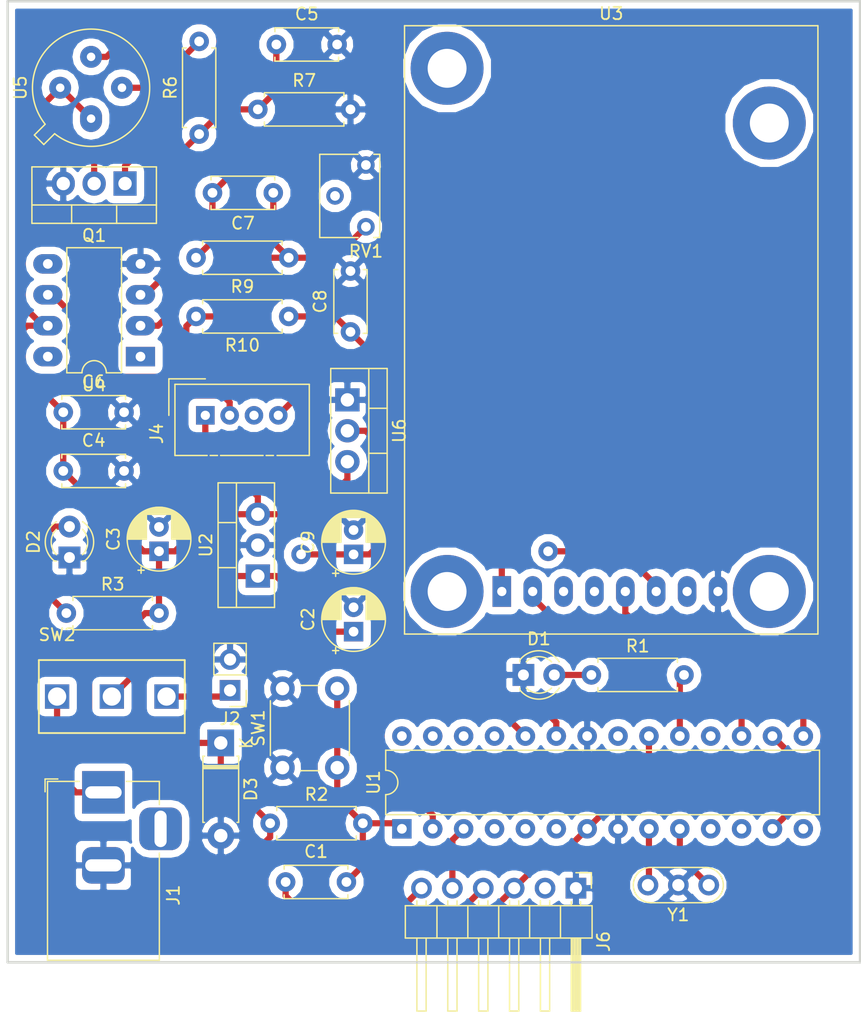
<source format=kicad_pcb>
(kicad_pcb (version 20171130) (host pcbnew "(5.0.1)-3")
  (title_block (title "Capteur gaz connecté") (date 2018-11-25) (rev 0.3) (company "INSA Toulouse - PTP ISS") (comment 1 "Théo BUENO <tbueno@etud.insa-toulouse.fr"))
  (layers (0 F.Cu signal) (31 B.Cu signal) (34 B.Paste user) (35 F.Paste user) (36 B.SilkS user) (37 F.SilkS user) (38 B.Mask user) (39 F.Mask user) (44 Edge.Cuts user))
  (net 0 "")
  (net 1 "Net-(C1-Pad2)")
  (net 2 /MCU/mcu_rst)
  (net 3 "Net-(C2-Pad1)")
  (net 4 GND)
  (net 5 /MCU/mcu_pwr_5v)
  (net 6 "Net-(C5-Pad1)")
  (net 7 "Net-(C7-Pad2)")
  (net 8 "Net-(C7-Pad1)")
  (net 9 /Sensors/aime_gas_sig)
  (net 10 /Power/pwr_3v3)
  (net 11 "Net-(D1-Pad2)")
  (net 12 "Net-(D2-Pad2)")
  (net 13 "Net-(J1-Pad1)")
  (net 14 "Net-(J2-Pad1)")
  (net 15 "Net-(J4-Pad3)")
  (net 16 /Sensors/groove_gas_sig)
  (net 17 "Net-(J6-Pad2)")
  (net 18 /MCU/mcu_tx)
  (net 19 /MCU/mcu_rx)
  (net 20 /Sensors/aime_gas_heating)
  (net 21 /Sensors/heat_aime)
  (net 22 "Net-(R1-Pad2)")
  (net 23 "Net-(R6-Pad2)")
  (net 24 "Net-(RV1-Pad2)")
  (net 25 /MCU/mcu_radio_rst)
  (net 26 /MCU/mcu_radio_rx)
  (net 27 /MCU/mcu_radio_tx)
  (net 28 "Net-(U1-Pad4)")
  (net 29 "Net-(U1-Pad18)")
  (net 30 "Net-(U1-Pad5)")
  (net 31 "Net-(U1-Pad6)")
  (net 32 "Net-(U1-Pad21)")
  (net 33 "Net-(U1-Pad9)")
  (net 34 "Net-(U1-Pad10)")
  (net 35 "Net-(U1-Pad11)")
  (net 36 "Net-(U1-Pad25)")
  (net 37 "Net-(U1-Pad12)")
  (net 38 "Net-(U1-Pad26)")
  (net 39 "Net-(U1-Pad27)")
  (net 40 "Net-(U1-Pad14)")
  (net 41 "Net-(U1-Pad28)")
  (net 42 "Net-(U3-Pad3)")
  (net 43 "Net-(U3-Pad4)")
  (net 44 "Net-(U3-Pad7)")
  (net 45 "Net-(U4-Pad1)")
  (net 46 "Net-(U4-Pad5)")
  (net 47 "Net-(U4-Pad8)")
  (module Projet_MOSH:RN2483_Breakout (layer F.Cu) (at 110.236 93.218)
    (fp_text reference U3 (at 9 -47.5) (layer F.SilkS))
    (fp_text value RN2483)
    (pad 1 thru_hole rect (at 0 0) (size 1.524 2.524) (drill 0.762) (layers *.Cu *.Mask) (net 26 /MCU/mcu_radio_rx))
    (pad 2 thru_hole oval (at 2.54 0) (size 1.524 2.524) (drill 0.762) (layers *.Cu *.Mask) (net 27 /MCU/mcu_radio_tx))
    (pad 3 thru_hole oval (at 5.08 0) (size 1.524 2.524) (drill 0.762) (layers *.Cu *.Mask) (net 42 "Net-(U3-Pad3)"))
    (pad 4 thru_hole oval (at 7.62 0) (size 1.524 2.524) (drill 0.762) (layers *.Cu *.Mask) (net 43 "Net-(U3-Pad4)"))
    (pad 5 thru_hole oval (at 10.16 0) (size 1.524 2.524) (drill 0.762) (layers *.Cu *.Mask) (net 25 /MCU/mcu_radio_rst))
    (pad 6 thru_hole oval (at 12.7 0) (size 1.524 2.524) (drill 0.762) (layers *.Cu *.Mask) (net 10 /Power/pwr_3v3))
    (pad 7 thru_hole oval (at 15.24 0) (size 1.524 2.524) (drill 0.762) (layers *.Cu *.Mask) (net 44 "Net-(U3-Pad7)"))
    (pad 8 thru_hole oval (at 17.78 0) (size 1.524 2.524) (drill 0.762) (layers *.Cu *.Mask) (net 4 GND))
    (pad "" np_thru_hole circle (at -4.5 0) (size 6 6) (drill 3.2) (layers *.Cu *.Mask))
    (pad "" np_thru_hole circle (at 22 0) (size 6 6) (drill 3.2) (layers *.Cu *.Mask))
    (pad "" np_thru_hole circle (at -4.5 -43) (size 6 6) (drill 3.2) (layers *.Cu *.Mask))
    (pad "" np_thru_hole circle (at 22 -38.5) (size 6 6) (drill 3.2) (layers *.Cu *.Mask))
  )
  (module Capacitor_THT:C_Disc_D5.0mm_W2.5mm_P5.00mm (layer F.Cu) (at 92.456 117.094)
    (fp_text reference C1 (at 2.5 -2.5) (layer F.SilkS))
    (fp_text value 0,1µ)
    (pad 2 thru_hole circle (at 5 0) (size 1.6 1.6) (drill 0.8) (layers *.Cu *.Mask) (net 1 "Net-(C1-Pad2)"))
    (pad 1 thru_hole circle (at 0 0) (size 1.6 1.6) (drill 0.8) (layers *.Cu *.Mask) (net 2 /MCU/mcu_rst))
  )
  (module Capacitor_THT:CP_Radial_D5.0mm_P2.00mm (layer F.Cu) (at 98.044 96.52 90)
    (fp_text reference C2 (at 1 -3.75 90) (layer F.SilkS))
    (fp_text value 47µ)
    (pad 1 thru_hole rect (at 0 0 90) (size 1.6 1.6) (drill 0.8) (layers *.Cu *.Mask) (net 3 "Net-(C2-Pad1)"))
    (pad 2 thru_hole circle (at 2 0 90) (size 1.6 1.6) (drill 0.8) (layers *.Cu *.Mask) (net 4 GND))
  )
  (module Capacitor_THT:CP_Radial_D5.0mm_P2.00mm (layer F.Cu) (at 82.042 89.916 90)
    (fp_text reference C3 (at 1 -3.75 90) (layer F.SilkS))
    (fp_text value 47µ)
    (pad 2 thru_hole circle (at 2 0 90) (size 1.6 1.6) (drill 0.8) (layers *.Cu *.Mask) (net 4 GND))
    (pad 1 thru_hole rect (at 0 0 90) (size 1.6 1.6) (drill 0.8) (layers *.Cu *.Mask) (net 5 /MCU/mcu_pwr_5v))
  )
  (module Capacitor_THT:C_Disc_D5.0mm_W2.5mm_P5.00mm (layer F.Cu) (at 74.168 83.312)
    (fp_text reference C4 (at 2.5 -2.5) (layer F.SilkS))
    (fp_text value 0,1µ)
    (pad 1 thru_hole circle (at 0 0) (size 1.6 1.6) (drill 0.8) (layers *.Cu *.Mask) (net 5 /MCU/mcu_pwr_5v))
    (pad 2 thru_hole circle (at 5 0) (size 1.6 1.6) (drill 0.8) (layers *.Cu *.Mask) (net 4 GND))
  )
  (module Capacitor_THT:C_Disc_D5.0mm_W2.5mm_P5.00mm (layer F.Cu) (at 91.694 48.26)
    (fp_text reference C5 (at 2.5 -2.5) (layer F.SilkS))
    (fp_text value 100n)
    (pad 1 thru_hole circle (at 0 0) (size 1.6 1.6) (drill 0.8) (layers *.Cu *.Mask) (net 6 "Net-(C5-Pad1)"))
    (pad 2 thru_hole circle (at 5 0) (size 1.6 1.6) (drill 0.8) (layers *.Cu *.Mask) (net 4 GND))
  )
  (module Capacitor_THT:C_Disc_D5.0mm_W2.5mm_P5.00mm (layer F.Cu) (at 74.168 78.486)
    (fp_text reference C6 (at 2.5 -2.5) (layer F.SilkS))
    (fp_text value 100n)
    (pad 2 thru_hole circle (at 5 0) (size 1.6 1.6) (drill 0.8) (layers *.Cu *.Mask) (net 4 GND))
    (pad 1 thru_hole circle (at 0 0) (size 1.6 1.6) (drill 0.8) (layers *.Cu *.Mask) (net 5 /MCU/mcu_pwr_5v))
  )
  (module Capacitor_THT:C_Disc_D5.0mm_W2.5mm_P5.00mm (layer F.Cu) (at 91.44 60.452 180)
    (fp_text reference C7 (at 2.5 -2.5 180) (layer F.SilkS))
    (fp_text value 1µ)
    (pad 1 thru_hole circle (at 0 0 180) (size 1.6 1.6) (drill 0.8) (layers *.Cu *.Mask) (net 8 "Net-(C7-Pad1)"))
    (pad 2 thru_hole circle (at 5 0 180) (size 1.6 1.6) (drill 0.8) (layers *.Cu *.Mask) (net 7 "Net-(C7-Pad2)"))
  )
  (module Capacitor_THT:C_Disc_D5.0mm_W2.5mm_P5.00mm (layer F.Cu) (at 97.79 71.882 90)
    (fp_text reference C8 (at 2.5 -2.5 90) (layer F.SilkS))
    (fp_text value 100n)
    (pad 2 thru_hole circle (at 5 0 90) (size 1.6 1.6) (drill 0.8) (layers *.Cu *.Mask) (net 4 GND))
    (pad 1 thru_hole circle (at 0 0 90) (size 1.6 1.6) (drill 0.8) (layers *.Cu *.Mask) (net 9 /Sensors/aime_gas_sig))
  )
  (module Capacitor_THT:CP_Radial_D5.0mm_P2.00mm (layer F.Cu) (at 98.044 90.17 90)
    (fp_text reference C9 (at 1 -3.75 90) (layer F.SilkS))
    (fp_text value 47µ)
    (pad 1 thru_hole rect (at 0 0 90) (size 1.6 1.6) (drill 0.8) (layers *.Cu *.Mask) (net 10 /Power/pwr_3v3))
    (pad 2 thru_hole circle (at 2 0 90) (size 1.6 1.6) (drill 0.8) (layers *.Cu *.Mask) (net 4 GND))
  )
  (module LED_THT:LED_D3.0mm (layer F.Cu) (at 112.014 100.076)
    (fp_text reference D1 (at 1.27 -2.96) (layer F.SilkS))
    (fp_text value LED)
    (pad 2 thru_hole circle (at 2.54 0) (size 1.8 1.8) (drill 0.9) (layers *.Cu *.Mask) (net 11 "Net-(D1-Pad2)"))
    (pad 1 thru_hole rect (at 0 0) (size 1.8 1.8) (drill 0.9) (layers *.Cu *.Mask) (net 4 GND))
  )
  (module LED_THT:LED_D3.0mm (layer F.Cu) (at 74.676 90.424 90)
    (fp_text reference D2 (at 1.27 -2.96 90) (layer F.SilkS))
    (fp_text value LED)
    (pad 1 thru_hole rect (at 0 0 90) (size 1.8 1.8) (drill 0.9) (layers *.Cu *.Mask) (net 4 GND))
    (pad 2 thru_hole circle (at 2.54 0 90) (size 1.8 1.8) (drill 0.9) (layers *.Cu *.Mask) (net 12 "Net-(D2-Pad2)"))
  )
  (module Diode_THT:D_DO-41_SOD81_P7.62mm_Horizontal (layer F.Cu) (at 87.122 105.664 270)
    (fp_text reference D3 (at 3.81 -2.47 270) (layer F.SilkS))
    (fp_text value D)
    (fp_text user K (at 0 -2.1 270) (layer F.SilkS))
    (pad 1 thru_hole rect (at 0 0 270) (size 2.2 2.2) (drill 1.1) (layers *.Cu *.Mask) (net 5 /MCU/mcu_pwr_5v))
    (pad 2 thru_hole oval (at 7.62 0 270) (size 2.2 2.2) (drill 1.1) (layers *.Cu *.Mask) (net 4 GND))
  )
  (module Connector_BarrelJack:BarrelJack_Horizontal (layer F.Cu) (at 77.47 109.728 90)
    (fp_text reference J1 (at -8.45 5.75 90) (layer F.SilkS))
    (fp_text value Barrel_Jack_MountingPin)
    (pad 1 thru_hole rect (at 0 0 90) (size 3.5 3.5) (drill oval 1 3) (layers *.Cu *.Mask) (net 13 "Net-(J1-Pad1)"))
    (pad 2 thru_hole roundrect (at -6 0 90) (size 3 3.5) (drill oval 1 3) (layers *.Cu *.Mask) (net 4 GND))
    (pad 3 thru_hole roundrect (at -3 4.7 90) (size 3.5 3.5) (drill oval 3 1) (layers *.Cu *.Mask))
  )
  (module Connector_PinHeader_2.54mm:PinHeader_1x02_P2.54mm_Vertical (layer F.Cu) (at 87.884 101.346 180)
    (fp_text reference J2 (at 0 -2.33 180) (layer F.SilkS))
    (fp_text value Conn_01x02_Male)
    (pad 1 thru_hole rect (at 0 0 180) (size 1.7 1.7) (drill 1) (layers *.Cu *.Mask) (net 14 "Net-(J2-Pad1)"))
    (pad 2 thru_hole oval (at 0 2.54 180) (size 1.7 1.7) (drill 1) (layers *.Cu *.Mask) (net 4 GND))
  )
  (module Connector:NS-Tech_Grove_1x04_P2mm_Vertical (layer F.Cu) (at 85.852 78.74 90)
    (fp_text reference J4 (at -1.5 -4 90) (layer F.SilkS))
    (fp_text value conn_groove_gas_sensor)
    (pad 1 thru_hole rect (at 0 0 90) (size 1.524 1.524) (drill 0.762) (layers *.Cu *.Mask) (net 5 /MCU/mcu_pwr_5v))
    (pad 2 thru_hole circle (at 0 2 90) (size 1.524 1.524) (drill 0.762) (layers *.Cu *.Mask) (net 4 GND))
    (pad 3 thru_hole circle (at 0 4 90) (size 1.524 1.524) (drill 0.762) (layers *.Cu *.Mask) (net 15 "Net-(J4-Pad3)"))
    (pad 4 thru_hole circle (at 0 6 90) (size 1.524 1.524) (drill 0.762) (layers *.Cu *.Mask) (net 16 /Sensors/groove_gas_sig))
  )
  (module Connector_PinHeader_2.54mm:PinHeader_1x06_P2.54mm_Horizontal (layer F.Cu) (at 116.332 117.602 270)
    (fp_text reference J6 (at 4.385 -2.27 270) (layer F.SilkS))
    (fp_text value Conn_01x06_Male)
    (pad 1 thru_hole rect (at 0 0 270) (size 1.7 1.7) (drill 1) (layers *.Cu *.Mask) (net 4 GND))
    (pad 2 thru_hole oval (at 0 2.54 270) (size 1.7 1.7) (drill 1) (layers *.Cu *.Mask) (net 17 "Net-(J6-Pad2)"))
    (pad 3 thru_hole oval (at 0 5.08 270) (size 1.7 1.7) (drill 1) (layers *.Cu *.Mask) (net 5 /MCU/mcu_pwr_5v))
    (pad 4 thru_hole oval (at 0 7.62 270) (size 1.7 1.7) (drill 1) (layers *.Cu *.Mask) (net 19 /MCU/mcu_rx))
    (pad 5 thru_hole oval (at 0 10.16 270) (size 1.7 1.7) (drill 1) (layers *.Cu *.Mask) (net 18 /MCU/mcu_tx))
    (pad 6 thru_hole oval (at 0 12.7 270) (size 1.7 1.7) (drill 1) (layers *.Cu *.Mask) (net 2 /MCU/mcu_rst))
  )
  (module Package_TO_SOT_THT:TO-220-3_Vertical (layer F.Cu) (at 79.248 59.69 180)
    (fp_text reference Q1 (at 2.54 -4.27 180) (layer F.SilkS))
    (fp_text value IRF740)
    (pad 1 thru_hole rect (at 0 0 180) (size 1.905 2) (drill 1.1) (layers *.Cu *.Mask) (net 20 /Sensors/aime_gas_heating))
    (pad 2 thru_hole oval (at 2.54 0 180) (size 1.905 2) (drill 1.1) (layers *.Cu *.Mask) (net 21 /Sensors/heat_aime))
    (pad 3 thru_hole oval (at 5.08 0 180) (size 1.905 2) (drill 1.1) (layers *.Cu *.Mask) (net 4 GND))
  )
  (module Resistor_THT:R_Axial_DIN0207_L6.3mm_D2.5mm_P7.62mm_Horizontal (layer F.Cu) (at 117.602 100.076)
    (fp_text reference R1 (at 3.81 -2.37) (layer F.SilkS))
    (fp_text value 330)
    (pad 2 thru_hole oval (at 7.62 0) (size 1.6 1.6) (drill 0.8) (layers *.Cu *.Mask) (net 22 "Net-(R1-Pad2)"))
    (pad 1 thru_hole circle (at 0 0) (size 1.6 1.6) (drill 0.8) (layers *.Cu *.Mask) (net 11 "Net-(D1-Pad2)"))
  )
  (module Resistor_THT:R_Axial_DIN0207_L6.3mm_D2.5mm_P7.62mm_Horizontal (layer F.Cu) (at 91.186 112.268)
    (fp_text reference R2 (at 3.81 -2.37) (layer F.SilkS))
    (fp_text value 10k)
    (pad 2 thru_hole oval (at 7.62 0) (size 1.6 1.6) (drill 0.8) (layers *.Cu *.Mask) (net 1 "Net-(C1-Pad2)"))
    (pad 1 thru_hole circle (at 0 0) (size 1.6 1.6) (drill 0.8) (layers *.Cu *.Mask) (net 5 /MCU/mcu_pwr_5v))
  )
  (module Resistor_THT:R_Axial_DIN0207_L6.3mm_D2.5mm_P7.62mm_Horizontal (layer F.Cu) (at 74.422 94.996)
    (fp_text reference R3 (at 3.81 -2.37) (layer F.SilkS))
    (fp_text value 330)
    (pad 2 thru_hole oval (at 7.62 0) (size 1.6 1.6) (drill 0.8) (layers *.Cu *.Mask) (net 5 /MCU/mcu_pwr_5v))
    (pad 1 thru_hole circle (at 0 0) (size 1.6 1.6) (drill 0.8) (layers *.Cu *.Mask) (net 12 "Net-(D2-Pad2)"))
  )
  (module Resistor_THT:R_Axial_DIN0207_L6.3mm_D2.5mm_P7.62mm_Horizontal (layer F.Cu) (at 85.344 55.626 90)
    (fp_text reference R6 (at 3.81 -2.37 90) (layer F.SilkS))
    (fp_text value 10k)
    (pad 2 thru_hole oval (at 7.62 0 90) (size 1.6 1.6) (drill 0.8) (layers *.Cu *.Mask) (net 23 "Net-(R6-Pad2)"))
    (pad 1 thru_hole circle (at 0 0 90) (size 1.6 1.6) (drill 0.8) (layers *.Cu *.Mask) (net 6 "Net-(C5-Pad1)"))
  )
  (module Resistor_THT:R_Axial_DIN0207_L6.3mm_D2.5mm_P7.62mm_Horizontal (layer F.Cu) (at 90.17 53.594)
    (fp_text reference R7 (at 3.81 -2.37) (layer F.SilkS))
    (fp_text value 100k)
    (pad 2 thru_hole oval (at 7.62 0) (size 1.6 1.6) (drill 0.8) (layers *.Cu *.Mask) (net 4 GND))
    (pad 1 thru_hole circle (at 0 0) (size 1.6 1.6) (drill 0.8) (layers *.Cu *.Mask) (net 6 "Net-(C5-Pad1)"))
  )
  (module Resistor_THT:R_Axial_DIN0207_L6.3mm_D2.5mm_P7.62mm_Horizontal (layer F.Cu) (at 92.71 65.786 180)
    (fp_text reference R9 (at 3.81 -2.37 180) (layer F.SilkS))
    (fp_text value 100k)
    (pad 2 thru_hole oval (at 7.62 0 180) (size 1.6 1.6) (drill 0.8) (layers *.Cu *.Mask) (net 7 "Net-(C7-Pad2)"))
    (pad 1 thru_hole circle (at 0 0 180) (size 1.6 1.6) (drill 0.8) (layers *.Cu *.Mask) (net 8 "Net-(C7-Pad1)"))
  )
  (module Resistor_THT:R_Axial_DIN0207_L6.3mm_D2.5mm_P7.62mm_Horizontal (layer F.Cu) (at 92.71 70.612 180)
    (fp_text reference R10 (at 3.81 -2.37 180) (layer F.SilkS))
    (fp_text value 1k)
    (pad 2 thru_hole oval (at 7.62 0 180) (size 1.6 1.6) (drill 0.8) (layers *.Cu *.Mask) (net 7 "Net-(C7-Pad2)"))
    (pad 1 thru_hole circle (at 0 0 180) (size 1.6 1.6) (drill 0.8) (layers *.Cu *.Mask) (net 9 /Sensors/aime_gas_sig))
  )
  (module Potentiometer_THT:Potentiometer_Vishay_T73XX_Horizontal (layer F.Cu) (at 99.06 63.246 180)
    (fp_text reference RV1 (at 0 -2.01 180) (layer F.SilkS))
    (fp_text value "abt 10k")
    (pad 1 thru_hole circle (at 0 0 180) (size 1.44 1.44) (drill 0.8) (layers *.Cu *.Mask) (net 8 "Net-(C7-Pad1)"))
    (pad 2 thru_hole circle (at 2.54 2.54 180) (size 1.44 1.44) (drill 0.8) (layers *.Cu *.Mask) (net 24 "Net-(RV1-Pad2)"))
    (pad 3 thru_hole circle (at 0 5.08 180) (size 1.44 1.44) (drill 0.8) (layers *.Cu *.Mask) (net 4 GND))
  )
  (module Button_Switch_THT:SW_PUSH_6mm (layer F.Cu) (at 92.202 107.696 90)
    (fp_text reference SW1 (at 3.25 -2 90) (layer F.SilkS))
    (fp_text value SW_Push)
    (pad 2 thru_hole circle (at 0 4.5 180) (size 2 2) (drill 1.1) (layers *.Cu *.Mask) (net 1 "Net-(C1-Pad2)"))
    (pad 1 thru_hole circle (at 0 0 180) (size 2 2) (drill 1.1) (layers *.Cu *.Mask) (net 4 GND))
    (pad 2 thru_hole circle (at 6.5 4.5 180) (size 2 2) (drill 1.1) (layers *.Cu *.Mask) (net 1 "Net-(C1-Pad2)"))
    (pad 1 thru_hole circle (at 6.5 0 180) (size 2 2) (drill 1.1) (layers *.Cu *.Mask) (net 4 GND))
  )
  (module Projet_MOSH:Switch_SPDT_THT_6x12 (layer F.Cu) (at 73.66 101.854)
    (fp_text reference SW2 (at 0 -5.08) (layer F.SilkS))
    (fp_text value SW_DPDT_x2)
    (pad 1 thru_hole rect (at 0 0) (size 2 2) (drill 1.5) (layers *.Cu *.Mask) (net 13 "Net-(J1-Pad1)"))
    (pad 2 thru_hole rect (at 4.5 0) (size 2 2) (drill 1.5) (layers *.Cu *.Mask) (net 3 "Net-(C2-Pad1)"))
    (pad 3 thru_hole rect (at 9 0) (size 2 2) (drill 1.5) (layers *.Cu *.Mask) (net 14 "Net-(J2-Pad1)"))
  )
  (module Package_DIP:DIP-28_W7.62mm (layer F.Cu) (at 102.017197 112.724162 90)
    (fp_text reference U1 (at 3.81 -2.33 90) (layer F.SilkS))
    (fp_text value ATmega328P-PU)
    (pad 1 thru_hole rect (at 0 0 90) (size 1.6 1.6) (drill 0.8) (layers *.Cu *.Mask) (net 1 "Net-(C1-Pad2)"))
    (pad 15 thru_hole oval (at 7.62 33.02 90) (size 1.6 1.6) (drill 0.8) (layers *.Cu *.Mask) (net 25 /MCU/mcu_radio_rst))
    (pad 2 thru_hole oval (at 0 2.54 90) (size 1.6 1.6) (drill 0.8) (layers *.Cu *.Mask) (net 19 /MCU/mcu_rx))
    (pad 16 thru_hole oval (at 7.62 30.48 90) (size 1.6 1.6) (drill 0.8) (layers *.Cu *.Mask) (net 26 /MCU/mcu_radio_rx))
    (pad 3 thru_hole oval (at 0 5.08 90) (size 1.6 1.6) (drill 0.8) (layers *.Cu *.Mask) (net 18 /MCU/mcu_tx))
    (pad 17 thru_hole oval (at 7.62 27.94 90) (size 1.6 1.6) (drill 0.8) (layers *.Cu *.Mask) (net 27 /MCU/mcu_radio_tx))
    (pad 4 thru_hole oval (at 0 7.62 90) (size 1.6 1.6) (drill 0.8) (layers *.Cu *.Mask) (net 28 "Net-(U1-Pad4)"))
    (pad 18 thru_hole oval (at 7.62 25.4 90) (size 1.6 1.6) (drill 0.8) (layers *.Cu *.Mask) (net 29 "Net-(U1-Pad18)"))
    (pad 5 thru_hole oval (at 0 10.16 90) (size 1.6 1.6) (drill 0.8) (layers *.Cu *.Mask) (net 30 "Net-(U1-Pad5)"))
    (pad 19 thru_hole oval (at 7.62 22.86 90) (size 1.6 1.6) (drill 0.8) (layers *.Cu *.Mask) (net 22 "Net-(R1-Pad2)"))
    (pad 6 thru_hole oval (at 0 12.7 90) (size 1.6 1.6) (drill 0.8) (layers *.Cu *.Mask) (net 31 "Net-(U1-Pad6)"))
    (pad 20 thru_hole oval (at 7.62 20.32 90) (size 1.6 1.6) (drill 0.8) (layers *.Cu *.Mask) (net 5 /MCU/mcu_pwr_5v))
    (pad 7 thru_hole oval (at 0 15.24 90) (size 1.6 1.6) (drill 0.8) (layers *.Cu *.Mask) (net 5 /MCU/mcu_pwr_5v))
    (pad 21 thru_hole oval (at 7.62 17.78 90) (size 1.6 1.6) (drill 0.8) (layers *.Cu *.Mask) (net 32 "Net-(U1-Pad21)"))
    (pad 8 thru_hole oval (at 0 17.78 90) (size 1.6 1.6) (drill 0.8) (layers *.Cu *.Mask) (net 4 GND))
    (pad 22 thru_hole oval (at 7.62 15.24 90) (size 1.6 1.6) (drill 0.8) (layers *.Cu *.Mask) (net 4 GND))
    (pad 9 thru_hole oval (at 0 20.32 90) (size 1.6 1.6) (drill 0.8) (layers *.Cu *.Mask) (net 33 "Net-(U1-Pad9)"))
    (pad 23 thru_hole oval (at 7.62 12.7 90) (size 1.6 1.6) (drill 0.8) (layers *.Cu *.Mask) (net 9 /Sensors/aime_gas_sig))
    (pad 10 thru_hole oval (at 0 22.86 90) (size 1.6 1.6) (drill 0.8) (layers *.Cu *.Mask) (net 34 "Net-(U1-Pad10)"))
    (pad 24 thru_hole oval (at 7.62 10.16 90) (size 1.6 1.6) (drill 0.8) (layers *.Cu *.Mask) (net 16 /Sensors/groove_gas_sig))
    (pad 11 thru_hole oval (at 0 25.4 90) (size 1.6 1.6) (drill 0.8) (layers *.Cu *.Mask) (net 35 "Net-(U1-Pad11)"))
    (pad 25 thru_hole oval (at 7.62 7.62 90) (size 1.6 1.6) (drill 0.8) (layers *.Cu *.Mask) (net 36 "Net-(U1-Pad25)"))
    (pad 12 thru_hole oval (at 0 27.94 90) (size 1.6 1.6) (drill 0.8) (layers *.Cu *.Mask) (net 37 "Net-(U1-Pad12)"))
    (pad 26 thru_hole oval (at 7.62 5.08 90) (size 1.6 1.6) (drill 0.8) (layers *.Cu *.Mask) (net 38 "Net-(U1-Pad26)"))
    (pad 13 thru_hole oval (at 0 30.48 90) (size 1.6 1.6) (drill 0.8) (layers *.Cu *.Mask) (net 20 /Sensors/aime_gas_heating))
    (pad 27 thru_hole oval (at 7.62 2.54 90) (size 1.6 1.6) (drill 0.8) (layers *.Cu *.Mask) (net 39 "Net-(U1-Pad27)"))
    (pad 14 thru_hole oval (at 0 33.02 90) (size 1.6 1.6) (drill 0.8) (layers *.Cu *.Mask) (net 40 "Net-(U1-Pad14)"))
    (pad 28 thru_hole oval (at 7.62 0 90) (size 1.6 1.6) (drill 0.8) (layers *.Cu *.Mask) (net 41 "Net-(U1-Pad28)"))
  )
  (module Package_TO_SOT_THT:TO-220-3_Vertical (layer F.Cu) (at 90.17 91.948 90)
    (fp_text reference U2 (at 2.54 -4.27 90) (layer F.SilkS))
    (fp_text value LM7805_TO220)
    (pad 1 thru_hole rect (at 0 0 90) (size 1.905 2) (drill 1.1) (layers *.Cu *.Mask) (net 3 "Net-(C2-Pad1)"))
    (pad 2 thru_hole oval (at 2.54 0 90) (size 1.905 2) (drill 1.1) (layers *.Cu *.Mask) (net 4 GND))
    (pad 3 thru_hole oval (at 5.08 0 90) (size 1.905 2) (drill 1.1) (layers *.Cu *.Mask) (net 5 /MCU/mcu_pwr_5v))
  )
  (module Package_DIP:DIP-8_W7.62mm_LongPads (layer F.Cu) (at 80.518 73.914 180)
    (fp_text reference U4 (at 3.81 -2.33 180) (layer F.SilkS))
    (fp_text value LTC1050)
    (pad 8 thru_hole oval (at 7.62 0 180) (size 2.4 1.6) (drill 0.8) (layers *.Cu *.Mask) (net 47 "Net-(U4-Pad8)"))
    (pad 4 thru_hole oval (at 0 7.62 180) (size 2.4 1.6) (drill 0.8) (layers *.Cu *.Mask) (net 4 GND))
    (pad 7 thru_hole oval (at 7.62 2.54 180) (size 2.4 1.6) (drill 0.8) (layers *.Cu *.Mask) (net 5 /MCU/mcu_pwr_5v))
    (pad 3 thru_hole oval (at 0 5.08 180) (size 2.4 1.6) (drill 0.8) (layers *.Cu *.Mask) (net 6 "Net-(C5-Pad1)"))
    (pad 6 thru_hole oval (at 7.62 5.08 180) (size 2.4 1.6) (drill 0.8) (layers *.Cu *.Mask) (net 7 "Net-(C7-Pad2)"))
    (pad 2 thru_hole oval (at 0 2.54 180) (size 2.4 1.6) (drill 0.8) (layers *.Cu *.Mask) (net 8 "Net-(C7-Pad1)"))
    (pad 5 thru_hole oval (at 7.62 7.62 180) (size 2.4 1.6) (drill 0.8) (layers *.Cu *.Mask) (net 46 "Net-(U4-Pad5)"))
    (pad 1 thru_hole rect (at 0 0 180) (size 2.4 1.6) (drill 0.8) (layers *.Cu *.Mask) (net 45 "Net-(U4-Pad1)"))
  )
  (module Projet_MOSH:AIME (layer F.Cu) (at 76.454 54.356 90)
    (fp_text reference U5 (at 2.54 -5.82 90) (layer F.SilkS))
    (fp_text value AIME)
    (pad 4 thru_hole oval (at 2.54 -2.54 90) (size 1.8 1.8) (drill 0.7) (layers *.Cu *.Mask) (net 5 /MCU/mcu_pwr_5v))
    (pad 3 thru_hole oval (at 5.08 0 90) (size 1.8 1.8) (drill 0.7) (layers *.Cu *.Mask) (net 21 /Sensors/heat_aime))
    (pad 2 thru_hole oval (at 2.54 2.54 90) (size 1.8 1.8) (drill 0.7) (layers *.Cu *.Mask) (net 23 "Net-(R6-Pad2)"))
    (pad 1 thru_hole oval (at 0 0 90) (size 2.2 1.8) (drill 0.7) (layers *.Cu *.Mask) (net 5 /MCU/mcu_pwr_5v))
  )
  (module Package_TO_SOT_THT:TO-220-3_Vertical (layer F.Cu) (at 97.536 77.47 270)
    (fp_text reference U6 (at 2.54 -4.27 270) (layer F.SilkS))
    (fp_text value TLV1117-33)
    (pad 3 thru_hole oval (at 5.08 0 270) (size 1.905 2) (drill 1.1) (layers *.Cu *.Mask) (net 5 /MCU/mcu_pwr_5v))
    (pad 2 thru_hole oval (at 2.54 0 270) (size 1.905 2) (drill 1.1) (layers *.Cu *.Mask) (net 10 /Power/pwr_3v3))
    (pad 1 thru_hole rect (at 0 0 270) (size 1.905 2) (drill 1.1) (layers *.Cu *.Mask) (net 4 GND))
  )
  (module Crystal:Resonator-3Pin_W7.0mm_H2.5mm (layer F.Cu) (at 127.254 117.348 180)
    (fp_text reference Y1 (at 2.5 -2.45 180) (layer F.SilkS))
    (fp_text value Crystal_GND2)
    (pad 1 thru_hole circle (at 0 0 180) (size 1.7 1.7) (drill 1) (layers *.Cu *.Mask) (net 34 "Net-(U1-Pad10)"))
    (pad 2 thru_hole circle (at 2.5 0 180) (size 1.7 1.7) (drill 1) (layers *.Cu *.Mask) (net 4 GND))
    (pad 3 thru_hole circle (at 5 0 180) (size 1.7 1.7) (drill 1) (layers *.Cu *.Mask) (net 33 "Net-(U1-Pad9)"))
  )
  (gr_line (start 139.7 123.698) (end 139.7 44.704) (layer Edge.Cuts) (width 0.2))
  (gr_line (start 69.596 123.698) (end 139.7 123.698) (layer Edge.Cuts) (width 0.2))
  (gr_line (start 69.596 44.704) (end 69.596 123.698) (layer Edge.Cuts) (width 0.2))
  (gr_line (start 139.7 44.704) (end 69.596 44.704) (layer Edge.Cuts) (width 0.2))
  (segment (start 96.702 107.696) (end 96.702 101.196) (width 0.508) (layer F.Cu) (net 1))
  (segment (start 101.561035 112.268) (end 102.017197 112.724162) (width 0.508) (layer F.Cu) (net 1))
  (segment (start 98.806 112.268) (end 101.561035 112.268) (width 0.508) (layer F.Cu) (net 1))
  (segment (start 96.702 110.164) (end 96.702 107.696) (width 0.508) (layer F.Cu) (net 1))
  (segment (start 98.806 112.268) (end 96.702 110.164) (width 0.508) (layer F.Cu) (net 1))
  (segment (start 98.806 115.744) (end 97.456 117.094) (width 0.508) (layer F.Cu) (net 1))
  (segment (start 98.806 112.268) (end 98.806 115.744) (width 0.508) (layer F.Cu) (net 1))
  (segment (start 102.782001 118.451999) (end 103.632 117.602) (width 0.508) (layer F.Cu) (net 2))
  (segment (start 102.476399 118.757601) (end 102.782001 118.451999) (width 0.508) (layer F.Cu) (net 2))
  (segment (start 92.988231 118.757601) (end 102.476399 118.757601) (width 0.508) (layer F.Cu) (net 2))
  (segment (start 92.456 118.22537) (end 92.988231 118.757601) (width 0.508) (layer F.Cu) (net 2))
  (segment (start 92.456 117.094) (end 92.456 118.22537) (width 0.508) (layer F.Cu) (net 2))
  (segment (start 96.736 96.52) (end 98.044 96.52) (width 0.508) (layer F.Cu) (net 3))
  (segment (start 96.25 96.52) (end 96.736 96.52) (width 0.508) (layer F.Cu) (net 3))
  (segment (start 91.678 91.948) (end 96.25 96.52) (width 0.508) (layer F.Cu) (net 3))
  (segment (start 90.17 91.948) (end 91.678 91.948) (width 0.508) (layer F.Cu) (net 3))
  (segment (start 88.066 91.948) (end 90.17 91.948) (width 0.508) (layer F.Cu) (net 3))
  (segment (start 78.16 101.854) (end 88.066 91.948) (width 0.508) (layer F.Cu) (net 3))
  (segment (start 87.852 77.66237) (end 87.852 78.74) (width 0.508) (layer F.Cu) (net 4))
  (segment (start 87.304029 77.114399) (end 87.852 77.66237) (width 0.508) (layer F.Cu) (net 4))
  (segment (start 80.539601 77.114399) (end 87.304029 77.114399) (width 0.508) (layer F.Cu) (net 4))
  (segment (start 79.168 78.486) (end 80.539601 77.114399) (width 0.508) (layer F.Cu) (net 4))
  (segment (start 76.454 54.356) (end 73.914 51.816) (width 0.508) (layer F.Cu) (net 5))
  (segment (start 72.498 71.374) (end 72.898 71.374) (width 0.508) (layer F.Cu) (net 5))
  (segment (start 70.83439 69.71039) (end 72.498 71.374) (width 0.508) (layer F.Cu) (net 5))
  (segment (start 70.83439 54.89561) (end 70.83439 69.71039) (width 0.508) (layer F.Cu) (net 5))
  (segment (start 73.914 51.816) (end 70.83439 54.89561) (width 0.508) (layer F.Cu) (net 5))
  (segment (start 73.368001 77.686001) (end 74.168 78.486) (width 0.508) (layer F.Cu) (net 5))
  (segment (start 70.83439 75.15239) (end 73.368001 77.686001) (width 0.508) (layer F.Cu) (net 5))
  (segment (start 70.83439 71.72961) (end 70.83439 75.15239) (width 0.508) (layer F.Cu) (net 5))
  (segment (start 71.19 71.374) (end 70.83439 71.72961) (width 0.508) (layer F.Cu) (net 5))
  (segment (start 72.898 71.374) (end 71.19 71.374) (width 0.508) (layer F.Cu) (net 5))
  (segment (start 74.168 78.486) (end 74.168 83.312) (width 0.508) (layer F.Cu) (net 5))
  (segment (start 80.772 89.916) (end 82.042 89.916) (width 0.508) (layer F.Cu) (net 5))
  (segment (start 74.168 83.312) (end 80.772 89.916) (width 0.508) (layer F.Cu) (net 5))
  (segment (start 82.042 91.224) (end 82.042 94.996) (width 0.508) (layer F.Cu) (net 5))
  (segment (start 82.042 89.916) (end 82.042 91.224) (width 0.508) (layer F.Cu) (net 5))
  (segment (start 88.662 86.868) (end 90.17 86.868) (width 0.508) (layer F.Cu) (net 5))
  (segment (start 86.398 86.868) (end 88.662 86.868) (width 0.508) (layer F.Cu) (net 5))
  (segment (start 83.35 89.916) (end 86.398 86.868) (width 0.508) (layer F.Cu) (net 5))
  (segment (start 82.042 89.916) (end 83.35 89.916) (width 0.508) (layer F.Cu) (net 5))
  (segment (start 85.852 80.01) (end 85.852 78.74) (width 0.508) (layer F.Cu) (net 5))
  (segment (start 85.852 81.0895) (end 85.852 80.01) (width 0.508) (layer F.Cu) (net 5))
  (segment (start 90.17 85.4075) (end 85.852 81.0895) (width 0.508) (layer F.Cu) (net 5))
  (segment (start 90.17 86.868) (end 90.17 85.4075) (width 0.508) (layer F.Cu) (net 5))
  (segment (start 97.536 84.0105) (end 97.536 82.55) (width 0.508) (layer F.Cu) (net 5))
  (segment (start 94.6785 86.868) (end 97.536 84.0105) (width 0.508) (layer F.Cu) (net 5))
  (segment (start 90.17 86.868) (end 94.6785 86.868) (width 0.508) (layer F.Cu) (net 5))
  (segment (start 87.122 108.204) (end 91.186 112.268) (width 0.508) (layer F.Cu) (net 5))
  (segment (start 87.122 105.664) (end 87.122 108.204) (width 0.508) (layer F.Cu) (net 5))
  (segment (start 85.514 105.664) (end 87.122 105.664) (width 0.508) (layer F.Cu) (net 5))
  (segment (start 78.415518 105.664) (end 85.514 105.664) (width 0.508) (layer F.Cu) (net 5))
  (segment (start 76.296399 103.544881) (end 78.415518 105.664) (width 0.508) (layer F.Cu) (net 5))
  (segment (start 76.296399 99.610231) (end 76.296399 103.544881) (width 0.508) (layer F.Cu) (net 5))
  (segment (start 80.91063 94.996) (end 76.296399 99.610231) (width 0.508) (layer F.Cu) (net 5))
  (segment (start 82.042 94.996) (end 80.91063 94.996) (width 0.508) (layer F.Cu) (net 5))
  (segment (start 116.457198 113.524161) (end 117.257197 112.724162) (width 0.508) (layer F.Cu) (net 5))
  (segment (start 114.09296 115.888399) (end 116.457198 113.524161) (width 0.508) (layer F.Cu) (net 5))
  (segment (start 112.965601 115.888399) (end 114.09296 115.888399) (width 0.508) (layer F.Cu) (net 5))
  (segment (start 111.252 117.602) (end 112.965601 115.888399) (width 0.508) (layer F.Cu) (net 5))
  (segment (start 122.337197 107.644162) (end 122.337197 105.104162) (width 0.508) (layer F.Cu) (net 5))
  (segment (start 117.257197 112.724162) (end 122.337197 107.644162) (width 0.508) (layer F.Cu) (net 5))
  (segment (start 110.402001 118.451999) (end 111.252 117.602) (width 0.508) (layer F.Cu) (net 5))
  (segment (start 107.861179 120.992821) (end 110.402001 118.451999) (width 0.508) (layer F.Cu) (net 5))
  (segment (start 92.062373 120.992821) (end 107.861179 120.992821) (width 0.508) (layer F.Cu) (net 5))
  (segment (start 89.674789 118.605237) (end 92.062373 120.992821) (width 0.508) (layer F.Cu) (net 5))
  (segment (start 89.674789 114.910581) (end 89.674789 118.605237) (width 0.508) (layer F.Cu) (net 5))
  (segment (start 91.186 113.39937) (end 89.674789 114.910581) (width 0.508) (layer F.Cu) (net 5))
  (segment (start 91.186 112.268) (end 91.186 113.39937) (width 0.508) (layer F.Cu) (net 5))
  (segment (start 91.694 52.07) (end 90.17 53.594) (width 0.508) (layer F.Cu) (net 6))
  (segment (start 91.694 48.26) (end 91.694 52.07) (width 0.508) (layer F.Cu) (net 6))
  (segment (start 87.376 53.594) (end 85.344 55.626) (width 0.508) (layer F.Cu) (net 6))
  (segment (start 90.17 53.594) (end 87.376 53.594) (width 0.508) (layer F.Cu) (net 6))
  (segment (start 80.918 68.834) (end 80.518 68.834) (width 0.508) (layer F.Cu) (net 6))
  (segment (start 82.58161 67.17039) (end 80.918 68.834) (width 0.508) (layer F.Cu) (net 6))
  (segment (start 82.58161 58.38839) (end 82.58161 67.17039) (width 0.508) (layer F.Cu) (net 6))
  (segment (start 85.344 55.626) (end 82.58161 58.38839) (width 0.508) (layer F.Cu) (net 6))
  (segment (start 86.44 64.436) (end 85.09 65.786) (width 0.508) (layer F.Cu) (net 7))
  (segment (start 86.44 60.452) (end 86.44 64.436) (width 0.508) (layer F.Cu) (net 7))
  (segment (start 73.298 68.834) (end 72.898 68.834) (width 0.508) (layer F.Cu) (net 7))
  (segment (start 75.184 70.72) (end 73.298 68.834) (width 0.508) (layer F.Cu) (net 7))
  (segment (start 75.184 73.447301) (end 75.184 70.72) (width 0.508) (layer F.Cu) (net 7))
  (segment (start 77.3143 75.577601) (end 75.184 73.447301) (width 0.508) (layer F.Cu) (net 7))
  (segment (start 82.408881 75.577601) (end 77.3143 75.577601) (width 0.508) (layer F.Cu) (net 7))
  (segment (start 84.290001 73.696481) (end 82.408881 75.577601) (width 0.508) (layer F.Cu) (net 7))
  (segment (start 84.290001 71.411999) (end 84.290001 73.696481) (width 0.508) (layer F.Cu) (net 7))
  (segment (start 85.09 70.612) (end 84.290001 71.411999) (width 0.508) (layer F.Cu) (net 7))
  (segment (start 90.309601 56.582399) (end 87.239999 59.652001) (width 0.508) (layer F.Cu) (net 7))
  (segment (start 99.913327 56.582399) (end 90.309601 56.582399) (width 0.508) (layer F.Cu) (net 7))
  (segment (start 100.643601 57.312673) (end 99.913327 56.582399) (width 0.508) (layer F.Cu) (net 7))
  (segment (start 87.239999 59.652001) (end 86.44 60.452) (width 0.508) (layer F.Cu) (net 7))
  (segment (start 100.643601 66.490529) (end 100.643601 57.312673) (width 0.508) (layer F.Cu) (net 7))
  (segment (start 98.588529 68.545601) (end 100.643601 66.490529) (width 0.508) (layer F.Cu) (net 7))
  (segment (start 92.412529 68.545601) (end 98.588529 68.545601) (width 0.508) (layer F.Cu) (net 7))
  (segment (start 90.34613 70.612) (end 92.412529 68.545601) (width 0.508) (layer F.Cu) (net 7))
  (segment (start 85.09 70.612) (end 90.34613 70.612) (width 0.508) (layer F.Cu) (net 7))
  (segment (start 91.44 64.516) (end 92.71 65.786) (width 0.508) (layer F.Cu) (net 8))
  (segment (start 91.44 60.452) (end 91.44 64.516) (width 0.508) (layer F.Cu) (net 8))
  (segment (start 96.52 65.786) (end 99.06 63.246) (width 0.508) (layer F.Cu) (net 8))
  (segment (start 92.71 65.786) (end 96.52 65.786) (width 0.508) (layer F.Cu) (net 8))
  (segment (start 81.96413 71.374) (end 80.518 71.374) (width 0.508) (layer F.Cu) (net 8))
  (segment (start 87.55213 65.786) (end 81.96413 71.374) (width 0.508) (layer F.Cu) (net 8))
  (segment (start 92.71 65.786) (end 87.55213 65.786) (width 0.508) (layer F.Cu) (net 8))
  (segment (start 96.52 70.612) (end 97.79 71.882) (width 0.508) (layer F.Cu) (net 9))
  (segment (start 92.71 70.612) (end 96.52 70.612) (width 0.508) (layer F.Cu) (net 9))
  (segment (start 102.990008 77.082008) (end 97.79 71.882) (width 0.508) (layer F.Cu) (net 9))
  (segment (start 101.872399 95.072529) (end 101.872399 91.421601) (width 0.508) (layer F.Cu) (net 9))
  (segment (start 114.717197 105.104162) (end 114.717197 103.972792) (width 0.508) (layer F.Cu) (net 9))
  (segment (start 102.990009 90.303991) (end 102.990008 77.082008) (width 0.508) (layer F.Cu) (net 9))
  (segment (start 110.423119 101.839601) (end 106.934 98.350482) (width 0.508) (layer F.Cu) (net 9))
  (segment (start 106.934 98.350482) (end 105.150352 98.350482) (width 0.508) (layer F.Cu) (net 9))
  (segment (start 101.872399 91.421601) (end 102.990009 90.303991) (width 0.508) (layer F.Cu) (net 9))
  (segment (start 105.150352 98.350482) (end 101.872399 95.072529) (width 0.508) (layer F.Cu) (net 9))
  (segment (start 114.717197 103.972792) (end 113.614405 102.87) (width 0.508) (layer F.Cu) (net 9))
  (segment (start 113.614405 102.87) (end 111.523574 102.87) (width 0.508) (layer F.Cu) (net 9))
  (segment (start 110.493175 101.839601) (end 110.423119 101.839601) (width 0.508) (layer F.Cu) (net 9))
  (segment (start 111.523574 102.87) (end 110.493175 101.839601) (width 0.508) (layer F.Cu) (net 9))
  (segment (start 99.352 90.17) (end 98.044 90.17) (width 0.508) (layer F.Cu) (net 10))
  (segment (start 99.707601 89.814399) (end 99.352 90.17) (width 0.508) (layer F.Cu) (net 10))
  (segment (start 99.707601 80.673601) (end 99.707601 89.814399) (width 0.508) (layer F.Cu) (net 10))
  (segment (start 99.044 80.01) (end 99.707601 80.673601) (width 0.508) (layer F.Cu) (net 10))
  (segment (start 97.536 80.01) (end 99.044 80.01) (width 0.508) (layer F.Cu) (net 10))
  (segment (start 122.936 92.718) (end 122.936 93.218) (width 0.508) (layer F.Cu) (net 10))
  (segment (start 122.936 92.718) (end 120.134 89.916) (width 0.508) (layer F.Cu) (net 10))
  (segment (start 120.134 89.916) (end 114.046 89.916) (width 0.508) (layer F.Cu) (net 10))
  (segment (start 114.046 89.916) (end 114.046 89.916) (width 0.508) (layer F.Cu) (net 10))
  (via (at 114.046 89.916) (size 1.6) (drill 0.8) (layers F.Cu B.Cu) (net 10))
  (segment (start 98.044 90.17) (end 93.726 90.17) (width 0.508) (layer F.Cu) (net 10))
  (segment (start 93.726 90.17) (end 93.726 90.17) (width 0.508) (layer F.Cu) (net 10))
  (via (at 93.726 90.17) (size 1.6) (drill 0.8) (layers F.Cu B.Cu) (net 10))
  (segment (start 117.602 100.076) (end 114.554 100.076) (width 0.508) (layer F.Cu) (net 11))
  (segment (start 73.622001 94.196001) (end 74.422 94.996) (width 0.508) (layer F.Cu) (net 12))
  (segment (start 72.912399 93.486399) (end 73.622001 94.196001) (width 0.508) (layer F.Cu) (net 12))
  (segment (start 72.912399 88.374809) (end 72.912399 93.486399) (width 0.508) (layer F.Cu) (net 12))
  (segment (start 73.403208 87.884) (end 72.912399 88.374809) (width 0.508) (layer F.Cu) (net 12))
  (segment (start 74.676 87.884) (end 73.403208 87.884) (width 0.508) (layer F.Cu) (net 12))
  (segment (start 75.212 109.728) (end 77.47 109.728) (width 0.508) (layer F.Cu) (net 13))
  (segment (start 73.66 108.176) (end 75.212 109.728) (width 0.508) (layer F.Cu) (net 13))
  (segment (start 73.66 101.854) (end 73.66 108.176) (width 0.508) (layer F.Cu) (net 13))
  (segment (start 87.376 101.854) (end 87.884 101.346) (width 0.508) (layer F.Cu) (net 14))
  (segment (start 82.66 101.854) (end 87.376 101.854) (width 0.508) (layer F.Cu) (net 14))
  (segment (start 99.226881 75.653899) (end 101.872399 78.299417) (width 0.508) (layer F.Cu) (net 16))
  (segment (start 94.938101 75.653899) (end 99.226881 75.653899) (width 0.508) (layer F.Cu) (net 16))
  (segment (start 91.852 78.74) (end 94.938101 75.653899) (width 0.508) (layer F.Cu) (net 16))
  (segment (start 101.872399 89.841063) (end 100.584 91.129462) (width 0.508) (layer F.Cu) (net 16))
  (segment (start 101.872399 78.299417) (end 101.872399 89.841063) (width 0.508) (layer F.Cu) (net 16))
  (segment (start 111.377198 104.304163) (end 112.177197 105.104162) (width 0.508) (layer F.Cu) (net 16))
  (segment (start 110.513596 103.440561) (end 111.377198 104.304163) (width 0.508) (layer F.Cu) (net 16))
  (segment (start 108.659893 103.440561) (end 110.513596 103.440561) (width 0.508) (layer F.Cu) (net 16))
  (segment (start 100.584 95.364668) (end 108.659893 103.440561) (width 0.508) (layer F.Cu) (net 16))
  (segment (start 100.584 91.129462) (end 100.584 95.364668) (width 0.508) (layer F.Cu) (net 16))
  (segment (start 106.172 113.649359) (end 107.097197 112.724162) (width 0.508) (layer F.Cu) (net 18))
  (segment (start 106.172 117.602) (end 106.172 113.649359) (width 0.508) (layer F.Cu) (net 18))
  (segment (start 94.838399 100.301471) (end 96.07987 99.06) (width 0.508) (layer F.Cu) (net 19))
  (segment (start 108.712 117.602) (end 106.438789 119.875211) (width 0.508) (layer F.Cu) (net 19))
  (segment (start 92.525301 119.875211) (end 90.792399 118.142309) (width 0.508) (layer F.Cu) (net 19))
  (segment (start 90.792399 118.142309) (end 90.792399 115.373509) (width 0.508) (layer F.Cu) (net 19))
  (segment (start 90.792399 115.373509) (end 94.838399 111.327509) (width 0.508) (layer F.Cu) (net 19))
  (segment (start 106.438789 119.875211) (end 92.525301 119.875211) (width 0.508) (layer F.Cu) (net 19))
  (segment (start 94.838399 111.327509) (end 94.838399 100.301471) (width 0.508) (layer F.Cu) (net 19))
  (segment (start 104.557197 111.592792) (end 104.557197 112.724162) (width 0.508) (layer F.Cu) (net 19))
  (segment (start 100.353596 107.389191) (end 104.557197 111.592792) (width 0.508) (layer F.Cu) (net 19))
  (segment (start 100.353596 102.089466) (end 100.353596 107.389191) (width 0.508) (layer F.Cu) (net 19))
  (segment (start 97.32413 99.06) (end 100.353596 102.089466) (width 0.508) (layer F.Cu) (net 19))
  (segment (start 96.07987 99.06) (end 97.32413 99.06) (width 0.508) (layer F.Cu) (net 19))
  (segment (start 91.137471 46.354399) (end 107.590529 46.354399) (width 0.508) (layer F.Cu) (net 20))
  (segment (start 79.248 58.24387) (end 91.137471 46.354399) (width 0.508) (layer F.Cu) (net 20))
  (segment (start 79.248 59.69) (end 79.248 58.24387) (width 0.508) (layer F.Cu) (net 20))
  (segment (start 133.297196 111.924163) (end 132.497197 112.724162) (width 0.508) (layer F.Cu) (net 20))
  (segment (start 137.818408 107.402951) (end 133.297196 111.924163) (width 0.508) (layer F.Cu) (net 20))
  (segment (start 137.818408 76.582278) (end 137.818408 107.402951) (width 0.508) (layer F.Cu) (net 20))
  (segment (start 107.590529 46.354399) (end 137.818408 76.582278) (width 0.508) (layer F.Cu) (net 20))
  (segment (start 87.007601 47.207471) (end 87.007601 48.882399) (width 0.508) (layer F.Cu) (net 21))
  (segment (start 86.142529 46.342399) (end 87.007601 47.207471) (width 0.508) (layer F.Cu) (net 21))
  (segment (start 80.660393 46.342399) (end 86.142529 46.342399) (width 0.508) (layer F.Cu) (net 21))
  (segment (start 76.454 49.276) (end 77.726792 49.276) (width 0.508) (layer F.Cu) (net 21))
  (segment (start 77.726792 49.276) (end 80.660393 46.342399) (width 0.508) (layer F.Cu) (net 21))
  (segment (start 78.063601 57.826399) (end 76.793601 57.826399) (width 0.508) (layer F.Cu) (net 21))
  (segment (start 87.007601 48.882399) (end 78.063601 57.826399) (width 0.508) (layer F.Cu) (net 21))
  (segment (start 76.708 57.912) (end 76.708 59.69) (width 0.508) (layer F.Cu) (net 21))
  (segment (start 76.793601 57.826399) (end 76.708 57.912) (width 0.508) (layer F.Cu) (net 21))
  (segment (start 124.877197 100.420803) (end 125.222 100.076) (width 0.508) (layer F.Cu) (net 22))
  (segment (start 124.877197 105.104162) (end 124.877197 100.420803) (width 0.508) (layer F.Cu) (net 22))
  (segment (start 81.534 51.816) (end 85.344 48.006) (width 0.508) (layer F.Cu) (net 23))
  (segment (start 78.994 51.816) (end 81.534 51.816) (width 0.508) (layer F.Cu) (net 23))
  (segment (start 120.396 94.988) (end 120.912 95.504) (width 0.508) (layer F.Cu) (net 25))
  (segment (start 120.396 93.218) (end 120.396 94.988) (width 0.508) (layer F.Cu) (net 25))
  (segment (start 128.80387 95.504) (end 130.58187 97.282) (width 0.508) (layer F.Cu) (net 25))
  (segment (start 120.912 95.504) (end 128.80387 95.504) (width 0.508) (layer F.Cu) (net 25))
  (segment (start 130.58187 97.282) (end 133.604 97.282) (width 0.508) (layer F.Cu) (net 25))
  (segment (start 135.037197 98.715197) (end 135.037197 105.104162) (width 0.508) (layer F.Cu) (net 25))
  (segment (start 133.604 97.282) (end 135.037197 98.715197) (width 0.508) (layer F.Cu) (net 25))
  (segment (start 136.700798 105.902691) (end 136.700798 91.996798) (width 0.508) (layer F.Cu) (net 26))
  (segment (start 135.835726 106.767763) (end 136.700798 105.902691) (width 0.508) (layer F.Cu) (net 26))
  (segment (start 132.497197 105.104162) (end 134.160798 106.767763) (width 0.508) (layer F.Cu) (net 26))
  (segment (start 134.160798 106.767763) (end 135.835726 106.767763) (width 0.508) (layer F.Cu) (net 26))
  (segment (start 136.700798 91.996798) (end 132.588 87.884) (width 0.508) (layer F.Cu) (net 26))
  (segment (start 110.236 91.448) (end 110.236 93.218) (width 0.508) (layer F.Cu) (net 26))
  (segment (start 110.236 90.727072) (end 110.236 91.448) (width 0.508) (layer F.Cu) (net 26))
  (segment (start 113.079072 87.884) (end 110.236 90.727072) (width 0.508) (layer F.Cu) (net 26))
  (segment (start 132.588 87.884) (end 113.079072 87.884) (width 0.508) (layer F.Cu) (net 26))
  (segment (start 112.776 93.718) (end 112.776 93.218) (width 0.508) (layer F.Cu) (net 27))
  (segment (start 115.67961 96.62161) (end 112.776 93.718) (width 0.508) (layer F.Cu) (net 27))
  (segment (start 124.22974 96.62161) (end 115.67961 96.62161) (width 0.508) (layer F.Cu) (net 27))
  (segment (start 129.957197 102.349067) (end 124.22974 96.62161) (width 0.508) (layer F.Cu) (net 27))
  (segment (start 129.957197 105.104162) (end 129.957197 102.349067) (width 0.508) (layer F.Cu) (net 27))
  (segment (start 122.337197 117.264803) (end 122.254 117.348) (width 0.508) (layer F.Cu) (net 33))
  (segment (start 122.337197 112.724162) (end 122.337197 117.264803) (width 0.508) (layer F.Cu) (net 33))
  (segment (start 124.877197 114.971197) (end 127.254 117.348) (width 0.508) (layer F.Cu) (net 34))
  (segment (start 124.877197 112.724162) (end 124.877197 114.971197) (width 0.508) (layer F.Cu) (net 34))
  (zone (net 4) (net_name GND) (layer B.Cu) (connect_pads (clearance 0.508)) (min_thickness 0.254) (fill yes (arc_segments 16) (thermal_gap 0.508) (thermal_bridge_width 0.508))
    (polygon (pts (xy 69.596 44.704) (xy 69.596 123.698) (xy 139.7 123.698) (xy 139.7 44.704)))
  )
)
</source>
